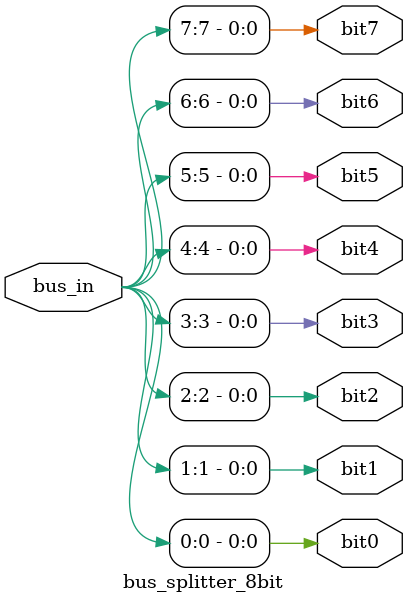
<source format=v>
module bus_splitter_8bit (
    input wire [7:0] bus_in,  
    output wire bit0,         
    output wire bit1,         
    output wire bit2,         
    output wire bit3,         
    output wire bit4,         
    output wire bit5,        
    output wire bit6,         
    output wire bit7          
);
    assign bit0 = bus_in[0];  
    assign bit1 = bus_in[1];  
    assign bit2 = bus_in[2];  
    assign bit3 = bus_in[3];  
    assign bit4 = bus_in[4];  
    assign bit5 = bus_in[5];  
    assign bit6 = bus_in[6];  
    assign bit7 = bus_in[7];  
endmodule

</source>
